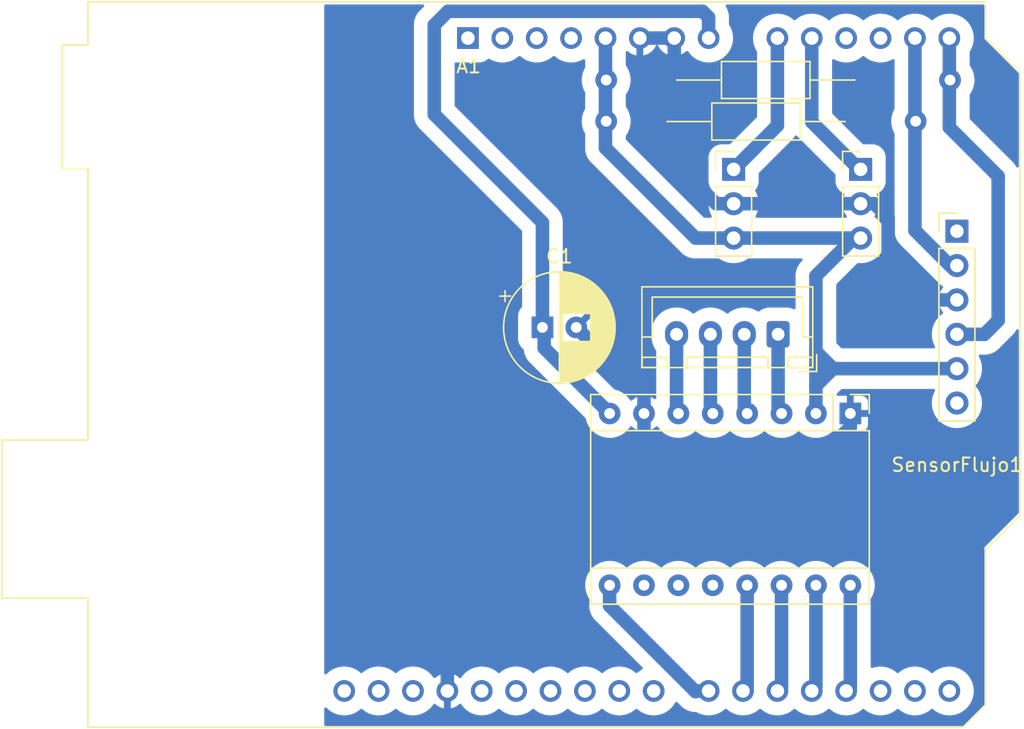
<source format=kicad_pcb>
(kicad_pcb (version 20211014) (generator pcbnew)
  (layers (0 "F.Cu" signal) (31 "B.Cu" signal) (34 "B.Paste" user) (35 "F.Paste" user) (36 "B.SilkS" user "B.Silkscreen") (37 "F.SilkS" user "F.Silkscreen") (38 "B.Mask" user) (39 "F.Mask" user) (44 "Edge.Cuts" user))
  (net 0 "")
  (net 5 "+5V")
  (net 6 "+12V")
  (net 12 "Net-(A1-Pad10)")
  (net 26 "Net-(A1-Pad9)")
  (net 28 "Net-(A1-Pad13)")
  (net 29 "Net-(A1-Pad14)")
  (net 30 "Net-(A1-Pad18)")
  (net 31 "Net-(A1-Pad19)")
  (net 32 "Net-(A1-Pad20)")
  (net 33 "Net-(A1-Pad21)")
  (net 34 "Net-(A1-Pad22)")
  (net 35 "Net-(A2-Pad3)")
  (net 36 "Net-(A2-Pad4)")
  (net 37 "Net-(A2-Pad5)")
  (net 38 "Net-(A2-Pad6)")
  (net 39 "VCOM")
  (footprint "Connector_PinHeader_2.54mm:PinHeader_1x06_P2.54mm_Vertical" (layer "F.Cu") (at 190.5 97.536)
    (fp_text reference "SensorFlujo1" (at 0 17.272) (layer "F.SilkS"))
    (fp_text value "Conn_01x06")
    (fp_line (start 1.33 1.27) (end 1.33 14.03) (layer "F.SilkS") (width 0.12))
    (fp_line (start -1.33 1.27) (end 1.33 1.27) (layer "F.SilkS") (width 0.12))
    (fp_line (start -1.33 0) (end -1.33 -1.33) (layer "F.SilkS") (width 0.12))
    (fp_line (start -1.33 14.03) (end 1.33 14.03) (layer "F.SilkS") (width 0.12))
    (fp_line (start -1.33 1.27) (end -1.33 14.03) (layer "F.SilkS") (width 0.12))
    (fp_line (start -1.33 -1.33) (end 0 -1.33) (layer "F.SilkS") (width 0.12))
    (pad "1" thru_hole rect (at 0 0) (size 1.7 1.7) (drill 1) (layers *.Cu *.Mask))
    (pad "2" thru_hole oval (at 0 2.54) (size 1.7 1.7) (drill 1) (layers *.Cu *.Mask) (net 28 "Net-(A1-Pad13)"))
    (pad "3" thru_hole oval (at 0 5.08) (size 1.7 1.7) (drill 1) (layers *.Cu *.Mask) (net 39 "VCOM"))
    (pad "4" thru_hole oval (at 0 7.62) (size 1.7 1.7) (drill 1) (layers *.Cu *.Mask) (net 29 "Net-(A1-Pad14)"))
    (pad "5" thru_hole oval (at 0 10.16) (size 1.7 1.7) (drill 1) (layers *.Cu *.Mask) (net 5 "+5V"))
    (pad "6" thru_hole oval (at 0 12.7) (size 1.7 1.7) (drill 1) (layers *.Cu *.Mask))
  )
  (footprint "Resistor_THT:R_Axial_DIN0207_L6.3mm_D2.5mm_P15.24mm_Horizontal" (layer "F.Cu") (at 187.452 89.408 180)
    (fp_text reference "R2" hide)
    (fp_text value "10k" hide)
    (fp_line (start 8.516 -1.39) (end 8.516 1.35) (layer "F.SilkS") (width 0.12))
    (fp_line (start 15.056 -1.39) (end 8.516 -1.39) (layer "F.SilkS") (width 0.12))
    (fp_line (start 15.056 1.35) (end 15.056 -1.39) (layer "F.SilkS") (width 0.12))
    (fp_line (start 8.516 1.35) (end 15.056 1.35) (layer "F.SilkS") (width 0.12))
    (fp_line (start 18.366 -0.02) (end 15.056 -0.02) (layer "F.SilkS") (width 0.12))
    (fp_line (start 5.206 -0.02) (end 8.516 -0.02) (layer "F.SilkS") (width 0.12))
    (pad "1" thru_hole circle (at 0 0 180) (size 1.6 1.6) (drill 0.8) (layers *.Cu *.Mask) (net 28 "Net-(A1-Pad13)"))
    (pad "2" thru_hole oval (at 22.86 0 180) (size 1.6 1.6) (drill 0.8) (layers *.Cu *.Mask) (net 5 "+5V"))
  )
  (footprint "Connector_JST:JST_XH_B4B-XH-A_1x04_P2.50mm_Vertical" (layer "F.Cu") (at 177.292 105.156 180)
    (fp_text reference "MotorStepper1" hide)
    (fp_text value "Conn_01x04" hide)
    (fp_line (start 10.06 -2.46) (end -2.56 -2.46) (layer "F.SilkS") (width 0.12))
    (fp_line (start 8.25 -2.45) (end 8.25 -1.7) (layer "F.SilkS") (width 0.12))
    (fp_line (start 8.25 -1.7) (end 10.05 -1.7) (layer "F.SilkS") (width 0.12))
    (fp_line (start -0.75 -1.7) (end -0.75 -2.45) (layer "F.SilkS") (width 0.12))
    (fp_line (start -1.8 -0.2) (end -1.8 2.75) (layer "F.SilkS") (width 0.12))
    (fp_line (start -2.56 -2.46) (end -2.56 3.51) (layer "F.SilkS") (width 0.12))
    (fp_line (start -1.6 -2.75) (end -2.85 -2.75) (layer "F.SilkS") (width 0.12))
    (fp_line (start 10.06 3.51) (end 10.06 -2.46) (layer "F.SilkS") (width 0.12))
    (fp_line (start -2.85 -2.75) (end -2.85 -1.5) (layer "F.SilkS") (width 0.12))
    (fp_line (start 6.75 -2.45) (end 0.75 -2.45) (layer "F.SilkS") (width 0.12))
    (fp_line (start -2.55 -1.7) (end -0.75 -1.7) (layer "F.SilkS") (width 0.12))
    (fp_line (start -0.75 -2.45) (end -2.55 -2.45) (layer "F.SilkS") (width 0.12))
    (fp_line (start 6.75 -1.7) (end 6.75 -2.45) (layer "F.SilkS") (width 0.12))
    (fp_line (start -2.55 -0.2) (end -1.8 -0.2) (layer "F.SilkS") (width 0.12))
    (fp_line (start 9.3 2.75) (end 3.75 2.75) (layer "F.SilkS") (width 0.12))
    (fp_line (start -2.56 3.51) (end 10.06 3.51) (layer "F.SilkS") (width 0.12))
    (fp_line (start 0.75 -1.7) (end 6.75 -1.7) (layer "F.SilkS") (width 0.12))
    (fp_line (start 10.05 -0.2) (end 9.3 -0.2) (layer "F.SilkS") (width 0.12))
    (fp_line (start 0.75 -2.45) (end 0.75 -1.7) (layer "F.SilkS") (width 0.12))
    (fp_line (start 9.3 -0.2) (end 9.3 2.75) (layer "F.SilkS") (width 0.12))
    (fp_line (start 10.05 -2.45) (end 8.25 -2.45) (layer "F.SilkS") (width 0.12))
    (fp_line (start 10.05 -1.7) (end 10.05 -2.45) (layer "F.SilkS") (width 0.12))
    (fp_line (start -2.55 -2.45) (end -2.55 -1.7) (layer "F.SilkS") (width 0.12))
    (fp_line (start -1.8 2.75) (end 3.75 2.75) (layer "F.SilkS") (width 0.12))
    (pad "1" thru_hole roundrect (at 0 0 180) (size 1.7 1.95) (drill 0.95) (layers *.Cu *.Mask) (roundrect_rratio 0.1470588235) (net 35 "Net-(A2-Pad3)"))
    (pad "2" thru_hole oval (at 2.5 0 180) (size 1.7 1.95) (drill 0.95) (layers *.Cu *.Mask) (net 36 "Net-(A2-Pad4)"))
    (pad "3" thru_hole oval (at 5 0 180) (size 1.7 1.95) (drill 0.95) (layers *.Cu *.Mask) (net 37 "Net-(A2-Pad5)"))
    (pad "4" thru_hole oval (at 7.5 0 180) (size 1.7 1.95) (drill 0.95) (layers *.Cu *.Mask) (net 38 "Net-(A2-Pad6)"))
  )
  (footprint "Connector_PinHeader_2.54mm:PinHeader_1x03_P2.54mm_Vertical" (layer "F.Cu") (at 183.388 92.964)
    (fp_text reference "SensorPresion1" hide)
    (fp_text value "Conn_01x03" hide)
    (fp_line (start -1.33 6.41) (end 1.33 6.41) (layer "F.SilkS") (width 0.12))
    (fp_line (start -1.33 1.27) (end -1.33 6.41) (layer "F.SilkS") (width 0.12))
    (fp_line (start -1.33 0) (end -1.33 -1.33) (layer "F.SilkS") (width 0.12))
    (fp_line (start 1.33 1.27) (end 1.33 6.41) (layer "F.SilkS") (width 0.12))
    (fp_line (start -1.33 -1.33) (end 0 -1.33) (layer "F.SilkS") (width 0.12))
    (fp_line (start -1.33 1.27) (end 1.33 1.27) (layer "F.SilkS") (width 0.12))
    (pad "1" thru_hole rect (at 0 0) (size 1.7 1.7) (drill 1) (layers *.Cu *.Mask) (net 12 "Net-(A1-Pad10)"))
    (pad "2" thru_hole oval (at 0 2.54) (size 1.7 1.7) (drill 1) (layers *.Cu *.Mask) (net 39 "VCOM"))
    (pad "3" thru_hole oval (at 0 5.08) (size 1.7 1.7) (drill 1) (layers *.Cu *.Mask) (net 5 "+5V"))
  )
  (footprint "Connector_PinHeader_2.54mm:PinHeader_1x03_P2.54mm_Vertical" (layer "F.Cu") (at 174.005 92.964)
    (fp_text reference "SensorPresion2" hide)
    (fp_text value "Conn_01x03" hide)
    (fp_line (start -1.33 0) (end -1.33 -1.33) (layer "F.SilkS") (width 0.12))
    (fp_line (start -1.33 6.41) (end 1.33 6.41) (layer "F.SilkS") (width 0.12))
    (fp_line (start 1.33 1.27) (end 1.33 6.41) (layer "F.SilkS") (width 0.12))
    (fp_line (start -1.33 1.27) (end 1.33 1.27) (layer "F.SilkS") (width 0.12))
    (fp_line (start -1.33 1.27) (end -1.33 6.41) (layer "F.SilkS") (width 0.12))
    (fp_line (start -1.33 -1.33) (end 0 -1.33) (layer "F.SilkS") (width 0.12))
    (pad "1" thru_hole rect (at 0 0) (size 1.7 1.7) (drill 1) (layers *.Cu *.Mask) (net 26 "Net-(A1-Pad9)"))
    (pad "2" thru_hole oval (at 0 2.54) (size 1.7 1.7) (drill 1) (layers *.Cu *.Mask))
    (pad "3" thru_hole oval (at 0 5.08) (size 1.7 1.7) (drill 1) (layers *.Cu *.Mask) (net 5 "+5V"))
  )
  (footprint "Module:Pololu_Breakout-16_15.2x20.3mm" (layer "F.Cu") (at 182.626 111.008 -90)
    (fp_text reference "" hide)
    (fp_text value "Pololu Breakout 4988")
    (fp_line (start 11.43 -1.4) (end 11.43 19.18) (layer "F.SilkS") (width 0.12))
    (fp_line (start 1.27 -1.4) (end 1.27 1.27) (layer "F.SilkS") (width 0.12))
    (fp_line (start 0 -1.4) (end -1.4 -1.4) (layer "F.SilkS") (width 0.12))
    (fp_line (start -1.4 1.27) (end -1.4 19.18) (layer "F.SilkS") (width 0.12))
    (fp_line (start 1.27 1.27) (end -1.4 1.27) (layer "F.SilkS") (width 0.12))
    (fp_line (start -1.4 19.18) (end 14.1 19.18) (layer "F.SilkS") (width 0.12))
    (fp_line (start 1.27 1.27) (end 1.27 19.18) (layer "F.SilkS") (width 0.12))
    (fp_line (start -1.4 -1.4) (end -1.4 0) (layer "F.SilkS") (width 0.12))
    (fp_line (start 14.1 -1.4) (end 1.27 -1.4) (layer "F.SilkS") (width 0.12))
    (fp_line (start 14.1 19.18) (end 14.1 -1.4) (layer "F.SilkS") (width 0.12))
    (pad "1" thru_hole rect (at 0 0 270) (size 1.6 1.6) (drill 0.8) (layers *.Cu *.Mask) (net 39 "VCOM"))
    (pad "2" thru_hole oval (at 0 2.54 270) (size 1.6 1.6) (drill 0.8) (layers *.Cu *.Mask) (net 5 "+5V"))
    (pad "3" thru_hole oval (at 0 5.08 270) (size 1.6 1.6) (drill 0.8) (layers *.Cu *.Mask) (net 35 "Net-(A2-Pad3)"))
    (pad "4" thru_hole oval (at 0 7.62 270) (size 1.6 1.6) (drill 0.8) (layers *.Cu *.Mask) (net 36 "Net-(A2-Pad4)"))
    (pad "5" thru_hole oval (at 0 10.16 270) (size 1.6 1.6) (drill 0.8) (layers *.Cu *.Mask) (net 37 "Net-(A2-Pad5)"))
    (pad "6" thru_hole oval (at 0 12.7 270) (size 1.6 1.6) (drill 0.8) (layers *.Cu *.Mask) (net 38 "Net-(A2-Pad6)"))
    (pad "7" thru_hole oval (at 0 15.24 270) (size 1.6 1.6) (drill 0.8) (layers *.Cu *.Mask) (net 39 "VCOM"))
    (pad "8" thru_hole oval (at 0 17.78 270) (size 1.6 1.6) (drill 0.8) (layers *.Cu *.Mask) (net 6 "+12V"))
    (pad "9" thru_hole oval (at 12.7 17.78 270) (size 1.6 1.6) (drill 0.8) (layers *.Cu *.Mask) (net 34 "Net-(A1-Pad22)"))
    (pad "10" thru_hole oval (at 12.7 15.24 270) (size 1.6 1.6) (drill 0.8) (layers *.Cu *.Mask))
    (pad "11" thru_hole oval (at 12.7 12.7 270) (size 1.6 1.6) (drill 0.8) (layers *.Cu *.Mask))
    (pad "12" thru_hole oval (at 12.7 10.16 270) (size 1.6 1.6) (drill 0.8) (layers *.Cu *.Mask))
    (pad "13" thru_hole oval (at 12.7 7.62 270) (size 1.6 1.6) (drill 0.8) (layers *.Cu *.Mask) (net 33 "Net-(A1-Pad21)"))
    (pad "14" thru_hole oval (at 12.7 5.08 270) (size 1.6 1.6) (drill 0.8) (layers *.Cu *.Mask) (net 32 "Net-(A1-Pad20)"))
    (pad "15" thru_hole oval (at 12.7 2.54 270) (size 1.6 1.6) (drill 0.8) (layers *.Cu *.Mask) (net 31 "Net-(A1-Pad19)"))
    (pad "16" thru_hole oval (at 12.7 0 270) (size 1.6 1.6) (drill 0.8) (layers *.Cu *.Mask) (net 30 "Net-(A1-Pad18)"))
  )
  (footprint "Capacitor_THT:CP_Radial_D8.0mm_P2.50mm" (layer "F.Cu") (at 159.883349 104.648)
    (fp_text reference "C1" (at 1.25 -5.25) (layer "F.SilkS"))
    (fp_text value "100uf")
    (fp_line (start 3.491 1.04) (end 3.491 3.418) (layer "F.SilkS") (width 0.12))
    (fp_line (start 2.491 1.04) (end 2.491 3.889) (layer "F.SilkS") (width 0.12))
    (fp_line (start 1.41 -4.077) (end 1.41 4.077) (layer "F.SilkS") (width 0.12))
    (fp_line (start -3.159698 -2.315) (end -2.359698 -2.315) (layer "F.SilkS") (width 0.12))
    (fp_line (start 2.451 1.04) (end 2.451 3.902) (layer "F.SilkS") (width 0.12))
    (fp_line (start 5.171 -1.229) (end 5.171 1.229) (layer "F.SilkS") (width 0.12))
    (fp_line (start 2.331 1.04) (end 2.331 3.936) (layer "F.SilkS") (width 0.12))
    (fp_line (start 3.651 -3.309) (end 3.651 3.309) (layer "F.SilkS") (width 0.12))
    (fp_line (start 2.971 -3.704) (end 2.971 -1.04) (layer "F.SilkS") (width 0.12))
    (fp_line (start 1.29 -4.08) (end 1.29 4.08) (layer "F.SilkS") (width 0.12))
    (fp_line (start 1.69 -4.057) (end 1.69 -1.04) (layer "F.SilkS") (width 0.12))
    (fp_line (start 5.131 -1.346) (end 5.131 1.346) (layer "F.SilkS") (width 0.12))
    (fp_line (start 1.61 1.04) (end 1.61 4.065) (layer "F.SilkS") (width 0.12))
    (fp_line (start 1.37 -4.079) (end 1.37 4.079) (layer "F.SilkS") (width 0.12))
    (fp_line (start 4.171 -2.867) (end 4.171 2.867) (layer "F.SilkS") (width 0.12))
    (fp_line (start 2.171 -3.976) (end 2.171 -1.04) (layer "F.SilkS") (width 0.12))
    (fp_line (start 4.011 -3.019) (end 4.011 3.019) (layer "F.SilkS") (width 0.12))
    (fp_line (start 4.251 -2.784) (end 4.251 2.784) (layer "F.SilkS") (width 0.12))
    (fp_line (start 2.891 -3.74) (end 2.891 -1.04) (layer "F.SilkS") (width 0.12))
    (fp_line (start 1.89 1.04) (end 1.89 4.03) (layer "F.SilkS") (width 0.12))
    (fp_line (start 2.611 1.04) (end 2.611 3.85) (layer "F.SilkS") (width 0.12))
    (fp_line (start 3.851 -3.156) (end 3.851 3.156) (layer "F.SilkS") (width 0.12))
    (fp_line (start 3.731 -3.25) (end 3.731 3.25) (layer "F.SilkS") (width 0.12))
    (fp_line (start 2.131 1.04) (end 2.131 3.985) (layer "F.SilkS") (width 0.12))
    (fp_line (start 5.051 -1.552) (end 5.051 1.552) (layer "F.SilkS") (width 0.12))
    (fp_line (start 4.451 -2.556) (end 4.451 2.556) (layer "F.SilkS") (width 0.12))
    (fp_line (start 2.771 -3.79) (end 2.771 -1.04) (layer "F.SilkS") (width 0.12))
    (fp_line (start 2.651 -3.835) (end 2.651 -1.04) (layer "F.SilkS") (width 0.12))
    (fp_line (start 1.85 -4.037) (end 1.85 -1.04) (layer "F.SilkS") (width 0.12))
    (fp_line (start 4.491 -2.505) (end 4.491 2.505) (layer "F.SilkS") (width 0.12))
    (fp_line (start 1.57 -4.068) (end 1.57 -1.04) (layer "F.SilkS") (width 0.12))
    (fp_line (start 3.251 -3.562) (end 3.251 -1.04) (layer "F.SilkS") (width 0.12))
    (fp_line (start 2.891 1.04) (end 2.891 3.74) (layer "F.SilkS") (width 0.12))
    (fp_line (start 1.77 -4.048) (end 1.77 -1.04) (layer "F.SilkS") (width 0.12))
    (fp_line (start 2.331 -3.936) (end 2.331 -1.04) (layer "F.SilkS") (width 0.12))
    (fp_line (start 3.371 -3.493) (end 3.371 -1.04) (layer "F.SilkS") (width 0.12))
    (fp_line (start 1.69 1.04) (end 1.69 4.057) (layer "F.SilkS") (width 0.12))
    (fp_line (start 3.891 -3.124) (end 3.891 3.124) (layer "F.SilkS") (width 0.12))
    (fp_line (start 3.371 1.04) (end 3.371 3.493) (layer "F.SilkS") (width 0.12))
    (fp_line (start 3.011 -3.686) (end 3.011 -1.04) (layer "F.SilkS") (width 0.12))
    (fp_line (start 3.691 -3.28) (end 3.691 3.28) (layer "F.SilkS") (width 0.12))
    (fp_line (start 3.451 1.04) (end 3.451 3.444) (layer "F.SilkS") (width 0.12))
    (fp_line (start 2.851 -3.757) (end 2.851 -1.04) (layer "F.SilkS") (width 0.12))
    (fp_line (start 1.77 1.04) (end 1.77 4.048) (layer "F.SilkS") (width 0.12))
    (fp_line (start 5.331 -0.533) (end 5.331 0.533) (layer "F.SilkS") (width 0.12))
    (fp_line (start 2.091 1.04) (end 2.091 3.994) (layer "F.SilkS") (width 0.12))
    (fp_line (start 1.971 1.04) (end 1.971 4.017) (layer "F.SilkS") (width 0.12))
    (fp_line (start 4.651 -2.287) (end 4.651 2.287) (layer "F.SilkS") (width 0.12))
    (fp_line (start 1.65 1.04) (end 1.65 4.061) (layer "F.SilkS") (width 0.12))
    (fp_line (start 1.53 1.04) (end 1.53 4.071) (layer "F.SilkS") (width 0.12))
    (fp_line (start 5.091 -1.453) (end 5.091 1.453) (layer "F.SilkS") (width 0.12))
    (fp_line (start 5.011 -1.645) (end 5.011 1.645) (layer "F.SilkS") (width 0.12))
    (fp_line (start 1.33 -4.08) (end 1.33 4.08) (layer "F.SilkS") (width 0.12))
    (fp_line (start 3.131 1.04) (end 3.131 3.627) (layer "F.SilkS") (width 0.12))
    (fp_line (start 3.291 1.04) (end 3.291 3.54) (layer "F.SilkS") (width 0.12))
    (fp_line (start 2.251 1.04) (end 2.251 3.957) (layer "F.SilkS") (width 0.12))
    (fp_line (start 4.371 -2.651) (end 4.371 2.651) (layer "F.SilkS") (width 0.12))
    (fp_line (start 4.891 -1.89) (end 4.891 1.89) (layer "F.SilkS") (width 0.12))
    (fp_line (start 4.971 -1.731) (end 4.971 1.731) (layer "F.SilkS") (width 0.12))
    (fp_line (start 2.371 -3.925) (end 2.371 -1.04) (layer "F.SilkS") (width 0.12))
    (fp_line (start 5.291 -0.768) (end 5.291 0.768) (layer "F.SilkS") (width 0.12))
    (fp_line (start 2.051 -4.002) (end 2.051 -1.04) (layer "F.SilkS") (width 0.12))
    (fp_line (start 2.291 1.04) (end 2.291 3.947) (layer "F.SilkS") (width 0.12))
    (fp_line (start 3.451 -3.444) (end 3.451 -1.04) (layer "F.SilkS") (width 0.12))
    (fp_line (start 2.811 -3.774) (end 2.811 -1.04) (layer "F.SilkS") (width 0.12))
    (fp_line (start 2.971 1.04) (end 2.971 3.704) (layer "F.SilkS") (width 0.12))
    (fp_line (start 4.131 -2.907) (end 4.131 2.907) (layer "F.SilkS") (width 0.12))
    (fp_line (start 4.571 -2.4) (end 4.571 2.4) (layer "F.SilkS") (width 0.12))
    (fp_line (start 2.611 -3.85) (end 2.611 -1.04) (layer "F.SilkS") (width 0.12))
    (fp_line (start 1.49 -4.074) (end 1.49 -1.04) (layer "F.SilkS") (width 0.12))
    (fp_line (start 2.491 -3.889) (end 2.491 -1.04) (layer "F.SilkS") (width 0.12))
    (fp_line (start 3.211 -3.584) (end 3.211 -1.04) (layer "F.SilkS") (width 0.12))
    (fp_line (start 3.931 -3.09) (end 3.931 3.09) (layer "F.SilkS") (width 0.12))
    (fp_line (start 3.571 -3.365) (end 3.571 3.365) (layer "F.SilkS") (width 0.12))
    (fp_line (start 2.571 -3.863) (end 2.571 -1.04) (layer "F.SilkS") (width 0.12))
    (fp_line (start 3.091 1.04) (end 3.091 3.647) (layer "F.SilkS") (width 0.12))
    (fp_line (start 3.331 1.04) (end 3.331 3.517) (layer "F.SilkS") (width 0.12))
    (fp_line (start 1.81 -4.042) (end 1.81 -1.04) (layer "F.SilkS") (width 0.12))
    (fp_line (start 2.531 1.04) (end 2.531 3.877) (layer "F.SilkS") (width 0.12))
    (fp_line (start 3.291 -3.54) (end 3.291 -1.04) (layer "F.SilkS") (width 0.12))
    (fp_line (start 2.931 1.04) (end 2.931 3.722) (layer "F.SilkS") (width 0.12))
    (fp_line (start 3.131 -3.627) (end 3.131 -1.04) (layer "F.SilkS") (width 0.12))
    (fp_line (start 1.81 1.04) (end 1.81 4.042) (layer "F.SilkS") (width 0.12))
    (fp_line (start 1.73 1.04) (end 1.73 4.052) (layer "F.SilkS") (width 0.12))
    (fp_line (start 2.771 1.04) (end 2.771 3.79) (layer "F.SilkS") (width 0.12))
    (fp_line (start 2.051 1.04) (end 2.051 4.002) (layer "F.SilkS") (width 0.12))
    (fp_line (start 1.53 -4.071) (end 1.53 -1.04) (layer "F.SilkS") (width 0.12))
    (fp_line (start 1.25 -4.08) (end 1.25 4.08) (layer "F.SilkS") (width 0.12))
    (fp_line (start 2.931 -3.722) (end 2.931 -1.04) (layer "F.SilkS") (width 0.12))
    (fp_line (start 5.211 -1.098) (end 5.211 1.098) (layer "F.SilkS") (width 0.12))
    (fp_line (start 2.011 -4.01) (end 2.011 -1.04) (layer "F.SilkS") (width 0.12))
    (fp_line (start -2.759698 -2.715) (end -2.759698 -1.915) (layer "F.SilkS") (width 0.12))
    (fp_line (start 4.851 -1.964) (end 4.851 1.964) (layer "F.SilkS") (width 0.12))
    (fp_line (start 2.691 1.04) (end 2.691 3.821) (layer "F.SilkS") (width 0.12))
    (fp_line (start 1.85 1.04) (end 1.85 4.037) (layer "F.SilkS") (width 0.12))
    (fp_line (start 1.65 -4.061) (end 1.65 -1.04) (layer "F.SilkS") (width 0.12))
    (fp_line (start 2.411 -3.914) (end 2.411 -1.04) (layer "F.SilkS") (width 0.12))
    (fp_line (start 3.171 -3.606) (end 3.171 -1.04) (layer "F.SilkS") (width 0.12))
    (fp_line (start 4.771 -2.102) (end 4.771 2.102) (layer "F.SilkS") (width 0.12))
    (fp_line (start 4.331 -2.697) (end 4.331 2.697) (layer "F.SilkS") (width 0.12))
    (fp_line (start 4.691 -2.228) (end 4.691 2.228) (layer "F.SilkS") (width 0.12))
    (fp_line (start 5.251 -0.948) (end 5.251 0.948) (layer "F.SilkS") (width 0.12))
    (fp_line (start 1.971 -4.017) (end 1.971 -1.04) (layer "F.SilkS") (width 0.12))
    (fp_line (start 2.211 -3.967) (end 2.211 -1.04) (layer "F.SilkS") (width 0.12))
    (fp_line (start 4.931 -1.813) (end 4.931 1.813) (layer "F.SilkS") (width 0.12))
    (fp_line (start 4.411 -2.604) (end 4.411 2.604) (layer "F.SilkS") (width 0.12))
    (fp_line (start 2.851 1.04) (end 2.851 3.757) (layer "F.SilkS") (width 0.12))
    (fp_line (start 2.811 1.04) (end 2.811 3.774) (layer "F.SilkS") (width 0.12))
    (fp_line (start 1.57 1.04) (end 1.57 4.068) (layer "F.SilkS") (width 0.12))
    (fp_line (start 4.531 -2.454) (end 4.531 2.454) (layer "F.SilkS") (width 0.12))
    (fp_line (start 4.211 -2.826) (end 4.211 2.826) (layer "F.SilkS") (width 0.12))
    (fp_line (start 2.091 -3.994) (end 2.091 -1.04) (layer "F.SilkS") (width 0.12))
    (fp_line (start 2.131 -3.985) (end 2.131 -1.04) (layer "F.SilkS") (width 0.12))
    (fp_line (start 4.731 -2.166) (end 4.731 2.166) (layer "F.SilkS") (width 0.12))
    (fp_line (start 3.811 -3.189) (end 3.811 3.189) (layer "F.SilkS") (width 0.12))
    (fp_line (start 3.531 1.04) (end 3.531 3.392) (layer "F.SilkS") (width 0.12))
    (fp_line (start 2.571 1.04) (end 2.571 3.863) (layer "F.SilkS") (width 0.12))
    (fp_line (start 2.011 1.04) (end 2.011 4.01) (layer "F.SilkS") (width 0.12))
    (fp_line (start 4.811 -2.034) (end 4.811 2.034) (layer "F.SilkS") (width 0.12))
    (fp_line (start 3.251 1.04) (end 3.251 3.562) (layer "F.SilkS") (width 0.12))
    (fp_line (start 3.531 -3.392) (end 3.531 -1.04) (layer "F.SilkS") (width 0.12))
    (fp_line (start 2.531 -3.877) (end 2.531 -1.04) (layer "F.SilkS") (width 0.12))
    (fp_line (start 3.971 -3.055) (end 3.971 3.055) (layer "F.SilkS") (width 0.12))
    (fp_line (start 2.451 -3.902) (end 2.451 -1.04) (layer "F.SilkS") (width 0.12))
    (fp_line (start 4.051 -2.983) (end 4.051 2.983) (layer "F.SilkS") (width 0.12))
    (fp_line (start 2.371 1.04) (end 2.371 3.925) (layer "F.SilkS") (width 0.12))
    (fp_line (start 2.691 -3.821) (end 2.691 -1.04) (layer "F.SilkS") (width 0.12))
    (fp_line (start 4.291 -2.741) (end 4.291 2.741) (layer "F.SilkS") (width 0.12))
    (fp_line (start 3.771 -3.22) (end 3.771 3.22) (layer "F.SilkS") (width 0.12))
    (fp_line (start 2.171 1.04) (end 2.171 3.976) (layer "F.SilkS") (width 0.12))
    (fp_line (start 2.651 1.04) (end 2.651 3.835) (layer "F.SilkS") (width 0.12))
    (fp_line (start 3.011 1.04) (end 3.011 3.686) (layer "F.SilkS") (width 0.12))
    (fp_line (start 2.251 -3.957) (end 2.251 -1.04) (layer "F.SilkS") (width 0.12))
    (fp_line (start 1.45 -4.076) (end 1.45 4.076) (layer "F.SilkS") (width 0.12))
    (fp_line (start 1.49 1.04) (end 1.49 4.074) (layer "F.SilkS") (width 0.12))
    (fp_line (start 4.611 -2.345) (end 4.611 2.345) (layer "F.SilkS") (width 0.12))
    (fp_line (start 3.411 1.04) (end 3.411 3.469) (layer "F.SilkS") (width 0.12))
    (fp_line (start 3.091 -3.647) (end 3.091 -1.04) (layer "F.SilkS") (width 0.12))
    (fp_line (start 1.73 -4.052) (end 1.73 -1.04) (layer "F.SilkS") (width 0.12))
    (fp_line (start 3.171 1.04) (end 3.171 3.606) (layer "F.SilkS") (width 0.12))
    (fp_line (start 3.611 -3.338) (end 3.611 3.338) (layer "F.SilkS") (width 0.12))
    (fp_line (start 1.61 -4.065) (end 1.61 -1.04) (layer "F.SilkS") (width 0.12))
    (fp_line (start 2.291 -3.947) (end 2.291 -1.04) (layer "F.SilkS") (width 0.12))
    (fp_line (start 4.091 -2.945) (end 4.091 2.945) (layer "F.SilkS") (width 0.12))
    (fp_line (start 3.211 1.04) (end 3.211 3.584) (layer "F.SilkS") (width 0.12))
    (fp_line (start 1.89 -4.03) (end 1.89 -1.04) (layer "F.SilkS") (width 0.12))
    (fp_line (start 3.331 -3.517) (end 3.331 -1.04) (layer "F.SilkS") (width 0.12))
    (fp_line (start 3.051 1.04) (end 3.051 3.666) (layer "F.SilkS") (width 0.12))
    (fp_line (start 2.411 1.04) (end 2.411 3.914) (layer "F.SilkS") (width 0.12))
    (fp_line (start 3.051 -3.666) (end 3.051 -1.04) (layer "F.SilkS") (width 0.12))
    (fp_line (start 3.411 -3.469) (end 3.411 -1.04) (layer "F.SilkS") (width 0.12))
    (fp_line (start 2.731 -3.805) (end 2.731 -1.04) (layer "F.SilkS") (width 0.12))
    (fp_line (start 1.93 -4.024) (end 1.93 -1.04) (layer "F.SilkS") (width 0.12))
    (fp_line (start 1.93 1.04) (end 1.93 4.024) (layer "F.SilkS") (width 0.12))
    (fp_line (start 2.731 1.04) (end 2.731 3.805) (layer "F.SilkS") (width 0.12))
    (fp_line (start 3.491 -3.418) (end 3.491 -1.04) (layer "F.SilkS") (width 0.12))
    (fp_line (start 2.211 1.04) (end 2.211 3.967) (layer "F.SilkS") (width 0.12))
    (fp_circle (center 1.25 0) (end 5.37 0) (layer "F.SilkS") (width 0.12) (fill none))
    (pad "1" thru_hole rect (at 0 0) (size 1.6 1.6) (drill 0.8) (layers *.Cu *.Mask) (net 6 "+12V"))
    (pad "2" thru_hole circle (at 2.5 0) (size 1.6 1.6) (drill 0.8) (layers *.Cu *.Mask) (net 39 "VCOM"))
  )
  (footprint "Resistor_THT:R_Axial_DIN0207_L6.3mm_D2.5mm_P15.24mm_Horizontal" (layer "F.Cu") (at 189.992 86.36 180)
    (fp_text reference "R1" hide)
    (fp_text value "10k" hide)
    (fp_line (start 16.884 1.37) (end 16.884 -1.37) (layer "F.SilkS") (width 0.12))
    (fp_line (start 10.344 1.37) (end 16.884 1.37) (layer "F.SilkS") (width 0.12))
    (fp_line (start 7.034 0) (end 10.344 0) (layer "F.SilkS") (width 0.12))
    (fp_line (start 16.884 -1.37) (end 10.344 -1.37) (layer "F.SilkS") (width 0.12))
    (fp_line (start 20.194 0) (end 16.884 0) (layer "F.SilkS") (width 0.12))
    (fp_line (start 10.344 -1.37) (end 10.344 1.37) (layer "F.SilkS") (width 0.12))
    (pad "1" thru_hole circle (at 0 0 180) (size 1.6 1.6) (drill 0.8) (layers *.Cu *.Mask) (net 29 "Net-(A1-Pad14)"))
    (pad "2" thru_hole oval (at 25.4 0 180) (size 1.6 1.6) (drill 0.8) (layers *.Cu *.Mask) (net 5 "+5V"))
  )
  (footprint "Module:Arduino_UNO_R3" (layer "F.Cu") (at 154.38 83.26)
    (fp_text reference "A1" (at 0.052 2.084 180) (layer "F.SilkS"))
    (fp_text value "Arduino UNO")
    (fp_line (start 38.23 49.28) (end 38.23 37.85) (layer "F.SilkS") (width 0.12))
    (fp_line (start -29.97 9.65) (end -28.07 9.65) (layer "F.SilkS") (width 0.12))
    (fp_line (start -34.42 41.4) (end -28.07 41.4) (layer "F.SilkS") (width 0.12))
    (fp_line (start -28.07 9.65) (end -28.07 29.72) (layer "F.SilkS") (width 0.12))
    (fp_line (start 38.23 37.85) (end 40.77 35.31) (layer "F.SilkS") (width 0.12))
    (fp_line (start -34.42 29.72) (end -34.42 41.4) (layer "F.SilkS") (width 0.12))
    (fp_line (start -28.07 50.93) (end 36.58 50.93) (layer "F.SilkS") (width 0.12))
    (fp_line (start 36.58 50.93) (end 38.23 49.28) (layer "F.SilkS") (width 0.12))
    (fp_line (start 40.77 2.54) (end 38.23 0) (layer "F.SilkS") (width 0.12))
    (fp_line (start -28.07 41.4) (end -28.07 50.93) (layer "F.SilkS") (width 0.12))
    (fp_line (start -29.97 0.51) (end -29.97 9.65) (layer "F.SilkS") (width 0.12))
    (fp_line (start 38.23 -2.67) (end -28.07 -2.67) (layer "F.SilkS") (width 0.12))
    (fp_line (start 40.77 35.31) (end 40.77 2.54) (layer "F.SilkS") (width 0.12))
    (fp_line (start -28.07 -2.67) (end -28.07 0.51) (layer "F.SilkS") (width 0.12))
    (fp_line (start 38.23 0) (end 38.23 -2.67) (layer "F.SilkS") (width 0.12))
    (fp_line (start -28.07 0.51) (end -29.97 0.51) (layer "F.SilkS") (width 0.12))
    (fp_line (start -28.07 29.72) (end -34.42 29.72) (layer "F.SilkS") (width 0.12))
    (pad "1" thru_hole rect locked (at 0 0 90) (size 1.6 1.6) (drill 1) (layers *.Cu *.Mask))
    (pad "2" thru_hole oval locked (at 2.54 0 90) (size 1.6 1.6) (drill 1) (layers *.Cu *.Mask))
    (pad "3" thru_hole oval locked (at 5.08 0 90) (size 1.6 1.6) (drill 1) (layers *.Cu *.Mask))
    (pad "4" thru_hole oval locked (at 7.62 0 90) (size 1.6 1.6) (drill 1) (layers *.Cu *.Mask))
    (pad "5" thru_hole oval locked (at 10.16 0 90) (size 1.6 1.6) (drill 1) (layers *.Cu *.Mask) (net 5 "+5V"))
    (pad "6" thru_hole oval locked (at 12.7 0 90) (size 1.6 1.6) (drill 1) (layers *.Cu *.Mask) (net 39 "VCOM"))
    (pad "7" thru_hole oval locked (at 15.24 0 90) (size 1.6 1.6) (drill 1) (layers *.Cu *.Mask) (net 39 "VCOM"))
    (pad "8" thru_hole oval locked (at 17.78 0 90) (size 1.6 1.6) (drill 1) (layers *.Cu *.Mask) (net 6 "+12V"))
    (pad "9" thru_hole oval locked (at 22.86 0 90) (size 1.6 1.6) (drill 1) (layers *.Cu *.Mask) (net 26 "Net-(A1-Pad9)"))
    (pad "10" thru_hole oval locked (at 25.4 0 90) (size 1.6 1.6) (drill 1) (layers *.Cu *.Mask) (net 12 "Net-(A1-Pad10)"))
    (pad "11" thru_hole oval locked (at 27.94 0 90) (size 1.6 1.6) (drill 1) (layers *.Cu *.Mask))
    (pad "12" thru_hole oval locked (at 30.48 0 90) (size 1.6 1.6) (drill 1) (layers *.Cu *.Mask))
    (pad "13" thru_hole oval locked (at 33.02 0 90) (size 1.6 1.6) (drill 1) (layers *.Cu *.Mask) (net 28 "Net-(A1-Pad13)"))
    (pad "14" thru_hole oval locked (at 35.56 0 90) (size 1.6 1.6) (drill 1) (layers *.Cu *.Mask) (net 29 "Net-(A1-Pad14)"))
    (pad "15" thru_hole oval locked (at 35.56 48.26 90) (size 1.6 1.6) (drill 1) (layers *.Cu *.Mask))
    (pad "16" thru_hole oval locked (at 33.02 48.26 90) (size 1.6 1.6) (drill 1) (layers *.Cu *.Mask))
    (pad "17" thru_hole oval locked (at 30.48 48.26 90) (size 1.6 1.6) (drill 1) (layers *.Cu *.Mask))
    (pad "18" thru_hole oval locked (at 27.94 48.26 90) (size 1.6 1.6) (drill 1) (layers *.Cu *.Mask) (net 30 "Net-(A1-Pad18)"))
    (pad "19" thru_hole oval locked (at 25.4 48.26 90) (size 1.6 1.6) (drill 1) (layers *.Cu *.Mask) (net 31 "Net-(A1-Pad19)"))
    (pad "20" thru_hole oval locked (at 22.86 48.26 90) (size 1.6 1.6) (drill 1) (layers *.Cu *.Mask) (net 32 "Net-(A1-Pad20)"))
    (pad "21" thru_hole oval locked (at 20.32 48.26 90) (size 1.6 1.6) (drill 1) (layers *.Cu *.Mask) (net 33 "Net-(A1-Pad21)"))
    (pad "22" thru_hole oval locked (at 17.78 48.26 90) (size 1.6 1.6) (drill 1) (layers *.Cu *.Mask) (net 34 "Net-(A1-Pad22)"))
    (pad "23" thru_hole oval locked (at 13.72 48.26 90) (size 1.6 1.6) (drill 1) (layers *.Cu *.Mask))
    (pad "24" thru_hole oval locked (at 11.18 48.26 90) (size 1.6 1.6) (drill 1) (layers *.Cu *.Mask))
    (pad "25" thru_hole oval locked (at 8.64 48.26 90) (size 1.6 1.6) (drill 1) (layers *.Cu *.Mask))
    (pad "26" thru_hole oval locked (at 6.1 48.26 90) (size 1.6 1.6) (drill 1) (layers *.Cu *.Mask))
    (pad "27" thru_hole oval locked (at 3.56 48.26 90) (size 1.6 1.6) (drill 1) (layers *.Cu *.Mask))
    (pad "28" thru_hole oval locked (at 1.02 48.26 90) (size 1.6 1.6) (drill 1) (layers *.Cu *.Mask))
    (pad "29" thru_hole oval locked (at -1.52 48.26 90) (size 1.6 1.6) (drill 1) (layers *.Cu *.Mask) (net 39 "VCOM"))
    (pad "30" thru_hole oval locked (at -4.06 48.26 90) (size 1.6 1.6) (drill 1) (layers *.Cu *.Mask))
    (pad "31" thru_hole oval locked (at -6.6 48.26 90) (size 1.6 1.6) (drill 1) (layers *.Cu *.Mask))
    (pad "32" thru_hole oval locked (at -9.14 48.26 90) (size 1.6 1.6) (drill 1) (layers *.Cu *.Mask))
  )
  (segment (start 171.196 98.044) (end 164.54 91.388) (width 1) (layer "B.Cu") (net 5))
  (segment (start 183.388 98.044) (end 182.88 98.044) (width 1) (layer "B.Cu") (net 5))
  (segment (start 180.086 100.838) (end 180.086 106.426) (width 1) (layer "B.Cu") (net 5))
  (segment (start 174.005 98.044) (end 171.196 98.044) (width 1) (layer "B.Cu") (net 5))
  (segment (start 181.356 107.696) (end 180.086 106.426) (width 1) (layer "B.Cu") (net 5))
  (segment (start 190.5 107.696) (end 181.356 107.696) (width 1) (layer "B.Cu") (net 5))
  (segment (start 180.086 107.442) (end 180.086 108.966) (width 1) (layer "B.Cu") (net 5))
  (segment (start 180.086 108.966) (end 180.086 111.008) (width 1) (layer "B.Cu") (net 5))
  (segment (start 164.54 91.388) (end 164.54 82.991) (width 1) (layer "B.Cu") (net 5))
  (segment (start 182.88 98.044) (end 180.086 100.838) (width 1) (layer "B.Cu") (net 5))
  (segment (start 180.34 107.696) (end 180.086 107.442) (width 1) (layer "B.Cu") (net 5))
  (segment (start 181.356 107.696) (end 180.086 108.966) (width 1) (layer "B.Cu") (net 5))
  (segment (start 174.005 98.044) (end 183.388 98.044) (width 1) (layer "B.Cu") (net 5))
  (segment (start 180.086 106.426) (end 180.086 107.442) (width 1) (layer "B.Cu") (net 5))
  (segment (start 181.356 107.696) (end 180.34 107.696) (width 1) (layer "B.Cu") (net 5))
  (segment (start 160.01 106.172) (end 160.01 104.774651) (width 1) (layer "B.Cu") (net 6))
  (segment (start 151.892 82.296) (end 151.892 88.9) (width 1) (layer "B.Cu") (net 6))
  (segment (start 151.892 88.9) (end 159.883349 96.891349) (width 1) (layer "B.Cu") (net 6))
  (segment (start 172.16 81.736) (end 171.704 81.28) (width 1) (layer "B.Cu") (net 6))
  (segment (start 172.16 83.26) (end 172.16 81.736) (width 1) (layer "B.Cu") (net 6))
  (segment (start 164.846 111.008) (end 160.01 106.172) (width 1) (layer "B.Cu") (net 6))
  (segment (start 152.908 81.28) (end 151.892 82.296) (width 1) (layer "B.Cu") (net 6))
  (segment (start 160.01 104.774651) (end 159.883349 104.648) (width 1) (layer "B.Cu") (net 6))
  (segment (start 159.883349 96.891349) (end 159.883349 104.648) (width 1) (layer "B.Cu") (net 6))
  (segment (start 171.704 81.28) (end 152.908 81.28) (width 1) (layer "B.Cu") (net 6))
  (segment (start 179.78 89.46) (end 179.78 82.991) (width 1) (layer "B.Cu") (net 12))
  (segment (start 183.284 92.964) (end 179.78 89.46) (width 1) (layer "B.Cu") (net 12))
  (segment (start 183.388 92.964) (end 183.284 92.964) (width 1) (layer "B.Cu") (net 12))
  (segment (start 174.005 92.964) (end 175.555 91.414) (width 1) (layer "B.Cu") (net 26))
  (segment (start 177.24 89.729) (end 174.005 92.964) (width 1) (layer "B.Cu") (net 26))
  (segment (start 177.24 82.991) (end 177.24 89.729) (width 1) (layer "B.Cu") (net 26))
  (segment (start 190.5 100.076) (end 189.992 100.076) (width 1) (layer "B.Cu") (net 28))
  (segment (start 187.4 97.484) (end 187.4 83.26) (width 1) (layer "B.Cu") (net 28))
  (segment (start 189.992 100.076) (end 187.4 97.484) (width 1) (layer "B.Cu") (net 28))
  (segment (start 193.548 104.14) (end 193.548 93.472) (width 1) (layer "B.Cu") (net 29))
  (segment (start 192.532 105.156) (end 193.548 104.14) (width 1) (layer "B.Cu") (net 29))
  (segment (start 189.94 89.864) (end 189.94 83.26) (width 1) (layer "B.Cu") (net 29))
  (segment (start 193.548 93.472) (end 189.94 89.864) (width 1) (layer "B.Cu") (net 29))
  (segment (start 190.5 105.156) (end 192.532 105.156) (width 1) (layer "B.Cu") (net 29))
  (segment (start 182.626 123.708) (end 182.626 131.214) (width 1) (layer "B.Cu") (net 30))
  (segment (start 182.626 131.214) (end 182.32 131.52) (width 1) (layer "B.Cu") (net 30))
  (segment (start 180.086 123.708) (end 180.086 131.214) (width 1) (layer "B.Cu") (net 31))
  (segment (start 180.086 131.214) (end 179.78 131.52) (width 1) (layer "B.Cu") (net 31))
  (segment (start 177.546 123.708) (end 177.546 131.214) (width 1) (layer "B.Cu") (net 32))
  (segment (start 177.546 131.214) (end 177.24 131.52) (width 1) (layer "B.Cu") (net 32))
  (segment (start 175.006 123.708) (end 175.006 131.214) (width 1) (layer "B.Cu") (net 33))
  (segment (start 175.006 131.214) (end 174.7 131.52) (width 1) (layer "B.Cu") (net 33))
  (segment (start 164.846 125.222) (end 164.846 123.708) (width 1) (layer "B.Cu") (net 34))
  (segment (start 171.196 131.572) (end 164.846 125.222) (width 1) (layer "B.Cu") (net 34))
  (segment (start 172.16 131.52) (end 171.248 131.52) (width 1) (layer "B.Cu") (net 34))
  (segment (start 171.248 131.52) (end 171.196 131.572) (width 1) (layer "B.Cu") (net 34))
  (segment (start 177.292 105.156) (end 177.292 110.754) (width 1) (layer "B.Cu") (net 35))
  (segment (start 177.292 110.754) (end 177.546 111.008) (width 1) (layer "B.Cu") (net 35))
  (segment (start 174.792 105.156) (end 174.792 110.794) (width 1) (layer "B.Cu") (net 36))
  (segment (start 174.792 110.794) (end 175.006 111.008) (width 1) (layer "B.Cu") (net 36))
  (segment (start 172.292 110.834) (end 172.466 111.008) (width 1) (layer "B.Cu") (net 37))
  (segment (start 172.292 105.156) (end 172.292 110.834) (width 1) (layer "B.Cu") (net 37))
  (segment (start 169.792 105.156) (end 169.792 110.874) (width 1) (layer "B.Cu") (net 38))
  (segment (start 169.792 110.874) (end 169.926 111.008) (width 1) (layer "B.Cu") (net 38))
  (segment (start 167.386 114.046) (end 179.578 114.046) (width 1) (layer "B.Cu") (net 39))
  (segment (start 169.62 83.26) (end 167.08 83.26) (width 1) (layer "B.Cu") (net 39))
  (segment (start 183.388 95.504) (end 184.404 95.504) (width 1) (layer "B.Cu") (net 39))
  (segment (start 167.386 114.046) (end 152.86 128.572) (width 1) (layer "B.Cu") (net 39))
  (segment (start 184.404 95.504) (end 185.42 96.52) (width 1) (layer "B.Cu") (net 39))
  (segment (start 183.388 95.504) (end 174.005 95.504) (width 1) (layer "B.Cu") (net 39))
  (segment (start 185.42 99.568) (end 185.42 97.028) (width 1) (layer "B.Cu") (net 39))
  (segment (start 182.626 111.008) (end 182.626 110.998) (width 1) (layer "B.Cu") (net 39))
  (segment (start 180.594 114.046) (end 182.626 112.014) (width 1) (layer "B.Cu") (net 39))
  (segment (start 169.62 92.404) (end 169.62 83.26) (width 1) (layer "B.Cu") (net 39))
  (segment (start 190.5 102.616) (end 188.468 102.616) (width 1) (layer "B.Cu") (net 39))
  (segment (start 174.005 95.504) (end 172.72 95.504) (width 1) (layer "B.Cu") (net 39))
  (segment (start 182.626 112.014) (end 182.626 111.008) (width 1) (layer "B.Cu") (net 39))
  (segment (start 185.42 96.52) (end 185.42 97.028) (width 1) (layer "B.Cu") (net 39))
  (segment (start 167.386 111.008) (end 167.386 114.046) (width 1) (layer "B.Cu") (net 39))
  (segment (start 167.132 109.22) (end 166.955349 109.22) (width 1) (layer "B.Cu") (net 39))
  (segment (start 167.386 109.474) (end 167.132 109.22) (width 1) (layer "B.Cu") (net 39))
  (segment (start 188.468 102.616) (end 185.42 99.568) (width 1) (layer "B.Cu") (net 39))
  (segment (start 167.386 111.008) (end 167.386 109.474) (width 1) (layer "B.Cu") (net 39))
  (segment (start 166.955349 109.22) (end 162.383349 104.648) (width 1) (layer "B.Cu") (net 39))
  (segment (start 172.72 95.504) (end 169.62 92.404) (width 1) (layer "B.Cu") (net 39))
  (segment (start 179.578 114.046) (end 180.594 114.046) (width 1) (layer "B.Cu") (net 39))
  (segment (start 152.86 128.572) (end 152.86 131.52) (width 1) (layer "B.Cu") (net 39))
  (zone (net 39) (net_name "VCOM") (layer "B.Cu") (connect_pads (clearance 1)) (min_thickness 0.2) (fill yes (thermal_gap 0.508) (thermal_bridge_width 0.508))
    (polygon (pts (xy 192.532 83.312) (xy 195.072 85.852) (xy 195.072 118.364) (xy 192.532 120.904) (xy 192.532 132.588) (xy 191.008 134.112) (xy 143.764 134.112) (xy 143.764 80.772) (xy 192.532 80.772)))
  )
)
</source>
